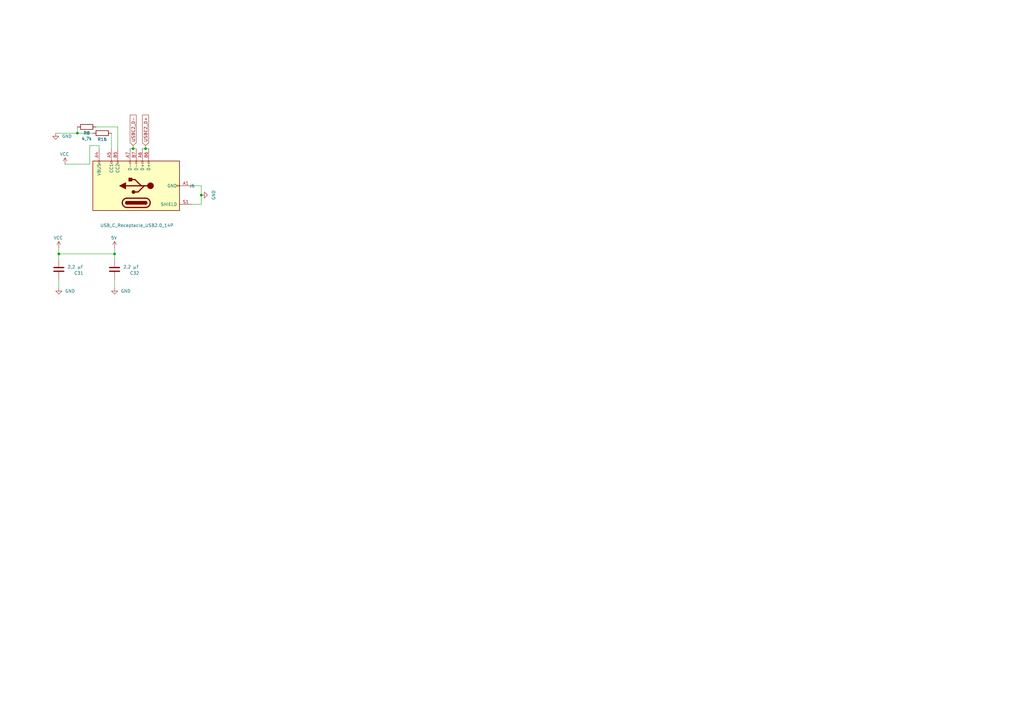
<source format=kicad_sch>
(kicad_sch
	(version 20250114)
	(generator "eeschema")
	(generator_version "9.0")
	(uuid "efe56f8d-b0ac-4acb-867a-59493319f876")
	(paper "A3")
	(lib_symbols
		(symbol "Connector:USB_C_Receptacle_USB2.0_14P"
			(pin_names
				(offset 1.016)
			)
			(exclude_from_sim no)
			(in_bom yes)
			(on_board yes)
			(property "Reference" "J"
				(at 0 22.225 0)
				(effects
					(font
						(size 1.27 1.27)
					)
				)
			)
			(property "Value" "USB_C_Receptacle_USB2.0_14P"
				(at 0 19.685 0)
				(effects
					(font
						(size 1.27 1.27)
					)
				)
			)
			(property "Footprint" ""
				(at 3.81 0 0)
				(effects
					(font
						(size 1.27 1.27)
					)
					(hide yes)
				)
			)
			(property "Datasheet" "https://www.usb.org/sites/default/files/documents/usb_type-c.zip"
				(at 3.81 0 0)
				(effects
					(font
						(size 1.27 1.27)
					)
					(hide yes)
				)
			)
			(property "Description" "USB 2.0-only 14P Type-C Receptacle connector"
				(at 0 0 0)
				(effects
					(font
						(size 1.27 1.27)
					)
					(hide yes)
				)
			)
			(property "ki_keywords" "usb universal serial bus type-C USB2.0"
				(at 0 0 0)
				(effects
					(font
						(size 1.27 1.27)
					)
					(hide yes)
				)
			)
			(property "ki_fp_filters" "USB*C*Receptacle*"
				(at 0 0 0)
				(effects
					(font
						(size 1.27 1.27)
					)
					(hide yes)
				)
			)
			(symbol "USB_C_Receptacle_USB2.0_14P_0_0"
				(rectangle
					(start -0.254 -17.78)
					(end 0.254 -16.764)
					(stroke
						(width 0)
						(type default)
					)
					(fill
						(type none)
					)
				)
				(rectangle
					(start 10.16 15.494)
					(end 9.144 14.986)
					(stroke
						(width 0)
						(type default)
					)
					(fill
						(type none)
					)
				)
				(rectangle
					(start 10.16 10.414)
					(end 9.144 9.906)
					(stroke
						(width 0)
						(type default)
					)
					(fill
						(type none)
					)
				)
				(rectangle
					(start 10.16 7.874)
					(end 9.144 7.366)
					(stroke
						(width 0)
						(type default)
					)
					(fill
						(type none)
					)
				)
				(rectangle
					(start 10.16 2.794)
					(end 9.144 2.286)
					(stroke
						(width 0)
						(type default)
					)
					(fill
						(type none)
					)
				)
				(rectangle
					(start 10.16 0.254)
					(end 9.144 -0.254)
					(stroke
						(width 0)
						(type default)
					)
					(fill
						(type none)
					)
				)
				(rectangle
					(start 10.16 -2.286)
					(end 9.144 -2.794)
					(stroke
						(width 0)
						(type default)
					)
					(fill
						(type none)
					)
				)
				(rectangle
					(start 10.16 -4.826)
					(end 9.144 -5.334)
					(stroke
						(width 0)
						(type default)
					)
					(fill
						(type none)
					)
				)
			)
			(symbol "USB_C_Receptacle_USB2.0_14P_0_1"
				(rectangle
					(start -10.16 17.78)
					(end 10.16 -17.78)
					(stroke
						(width 0.254)
						(type default)
					)
					(fill
						(type background)
					)
				)
				(polyline
					(pts
						(xy -8.89 -3.81) (xy -8.89 3.81)
					)
					(stroke
						(width 0.508)
						(type default)
					)
					(fill
						(type none)
					)
				)
				(rectangle
					(start -7.62 -3.81)
					(end -6.35 3.81)
					(stroke
						(width 0.254)
						(type default)
					)
					(fill
						(type outline)
					)
				)
				(arc
					(start -7.62 3.81)
					(mid -6.985 4.4423)
					(end -6.35 3.81)
					(stroke
						(width 0.254)
						(type default)
					)
					(fill
						(type none)
					)
				)
				(arc
					(start -7.62 3.81)
					(mid -6.985 4.4423)
					(end -6.35 3.81)
					(stroke
						(width 0.254)
						(type default)
					)
					(fill
						(type outline)
					)
				)
				(arc
					(start -8.89 3.81)
					(mid -6.985 5.7067)
					(end -5.08 3.81)
					(stroke
						(width 0.508)
						(type default)
					)
					(fill
						(type none)
					)
				)
				(arc
					(start -5.08 -3.81)
					(mid -6.985 -5.7067)
					(end -8.89 -3.81)
					(stroke
						(width 0.508)
						(type default)
					)
					(fill
						(type none)
					)
				)
				(arc
					(start -6.35 -3.81)
					(mid -6.985 -4.4423)
					(end -7.62 -3.81)
					(stroke
						(width 0.254)
						(type default)
					)
					(fill
						(type none)
					)
				)
				(arc
					(start -6.35 -3.81)
					(mid -6.985 -4.4423)
					(end -7.62 -3.81)
					(stroke
						(width 0.254)
						(type default)
					)
					(fill
						(type outline)
					)
				)
				(polyline
					(pts
						(xy -5.08 3.81) (xy -5.08 -3.81)
					)
					(stroke
						(width 0.508)
						(type default)
					)
					(fill
						(type none)
					)
				)
				(circle
					(center -2.54 1.143)
					(radius 0.635)
					(stroke
						(width 0.254)
						(type default)
					)
					(fill
						(type outline)
					)
				)
				(polyline
					(pts
						(xy -1.27 4.318) (xy 0 6.858) (xy 1.27 4.318) (xy -1.27 4.318)
					)
					(stroke
						(width 0.254)
						(type default)
					)
					(fill
						(type outline)
					)
				)
				(polyline
					(pts
						(xy 0 -2.032) (xy 2.54 0.508) (xy 2.54 1.778)
					)
					(stroke
						(width 0.508)
						(type default)
					)
					(fill
						(type none)
					)
				)
				(polyline
					(pts
						(xy 0 -3.302) (xy -2.54 -0.762) (xy -2.54 0.508)
					)
					(stroke
						(width 0.508)
						(type default)
					)
					(fill
						(type none)
					)
				)
				(polyline
					(pts
						(xy 0 -5.842) (xy 0 4.318)
					)
					(stroke
						(width 0.508)
						(type default)
					)
					(fill
						(type none)
					)
				)
				(circle
					(center 0 -5.842)
					(radius 1.27)
					(stroke
						(width 0)
						(type default)
					)
					(fill
						(type outline)
					)
				)
				(rectangle
					(start 1.905 1.778)
					(end 3.175 3.048)
					(stroke
						(width 0.254)
						(type default)
					)
					(fill
						(type outline)
					)
				)
			)
			(symbol "USB_C_Receptacle_USB2.0_14P_1_1"
				(pin passive line
					(at -7.62 -22.86 90)
					(length 5.08)
					(name "SHIELD"
						(effects
							(font
								(size 1.27 1.27)
							)
						)
					)
					(number "S1"
						(effects
							(font
								(size 1.27 1.27)
							)
						)
					)
				)
				(pin passive line
					(at 0 -22.86 90)
					(length 5.08)
					(name "GND"
						(effects
							(font
								(size 1.27 1.27)
							)
						)
					)
					(number "A1"
						(effects
							(font
								(size 1.27 1.27)
							)
						)
					)
				)
				(pin passive line
					(at 0 -22.86 90)
					(length 5.08)
					(hide yes)
					(name "GND"
						(effects
							(font
								(size 1.27 1.27)
							)
						)
					)
					(number "A12"
						(effects
							(font
								(size 1.27 1.27)
							)
						)
					)
				)
				(pin passive line
					(at 0 -22.86 90)
					(length 5.08)
					(hide yes)
					(name "GND"
						(effects
							(font
								(size 1.27 1.27)
							)
						)
					)
					(number "B1"
						(effects
							(font
								(size 1.27 1.27)
							)
						)
					)
				)
				(pin passive line
					(at 0 -22.86 90)
					(length 5.08)
					(hide yes)
					(name "GND"
						(effects
							(font
								(size 1.27 1.27)
							)
						)
					)
					(number "B12"
						(effects
							(font
								(size 1.27 1.27)
							)
						)
					)
				)
				(pin passive line
					(at 15.24 15.24 180)
					(length 5.08)
					(name "VBUS"
						(effects
							(font
								(size 1.27 1.27)
							)
						)
					)
					(number "A4"
						(effects
							(font
								(size 1.27 1.27)
							)
						)
					)
				)
				(pin passive line
					(at 15.24 15.24 180)
					(length 5.08)
					(hide yes)
					(name "VBUS"
						(effects
							(font
								(size 1.27 1.27)
							)
						)
					)
					(number "A9"
						(effects
							(font
								(size 1.27 1.27)
							)
						)
					)
				)
				(pin passive line
					(at 15.24 15.24 180)
					(length 5.08)
					(hide yes)
					(name "VBUS"
						(effects
							(font
								(size 1.27 1.27)
							)
						)
					)
					(number "B4"
						(effects
							(font
								(size 1.27 1.27)
							)
						)
					)
				)
				(pin passive line
					(at 15.24 15.24 180)
					(length 5.08)
					(hide yes)
					(name "VBUS"
						(effects
							(font
								(size 1.27 1.27)
							)
						)
					)
					(number "B9"
						(effects
							(font
								(size 1.27 1.27)
							)
						)
					)
				)
				(pin bidirectional line
					(at 15.24 10.16 180)
					(length 5.08)
					(name "CC1"
						(effects
							(font
								(size 1.27 1.27)
							)
						)
					)
					(number "A5"
						(effects
							(font
								(size 1.27 1.27)
							)
						)
					)
				)
				(pin bidirectional line
					(at 15.24 7.62 180)
					(length 5.08)
					(name "CC2"
						(effects
							(font
								(size 1.27 1.27)
							)
						)
					)
					(number "B5"
						(effects
							(font
								(size 1.27 1.27)
							)
						)
					)
				)
				(pin bidirectional line
					(at 15.24 2.54 180)
					(length 5.08)
					(name "D-"
						(effects
							(font
								(size 1.27 1.27)
							)
						)
					)
					(number "A7"
						(effects
							(font
								(size 1.27 1.27)
							)
						)
					)
				)
				(pin bidirectional line
					(at 15.24 0 180)
					(length 5.08)
					(name "D-"
						(effects
							(font
								(size 1.27 1.27)
							)
						)
					)
					(number "B7"
						(effects
							(font
								(size 1.27 1.27)
							)
						)
					)
				)
				(pin bidirectional line
					(at 15.24 -2.54 180)
					(length 5.08)
					(name "D+"
						(effects
							(font
								(size 1.27 1.27)
							)
						)
					)
					(number "A6"
						(effects
							(font
								(size 1.27 1.27)
							)
						)
					)
				)
				(pin bidirectional line
					(at 15.24 -5.08 180)
					(length 5.08)
					(name "D+"
						(effects
							(font
								(size 1.27 1.27)
							)
						)
					)
					(number "B6"
						(effects
							(font
								(size 1.27 1.27)
							)
						)
					)
				)
			)
			(embedded_fonts no)
		)
		(symbol "Device:C"
			(pin_numbers
				(hide yes)
			)
			(pin_names
				(offset 0.254)
			)
			(exclude_from_sim no)
			(in_bom yes)
			(on_board yes)
			(property "Reference" "C"
				(at 0.635 2.54 0)
				(effects
					(font
						(size 1.27 1.27)
					)
					(justify left)
				)
			)
			(property "Value" "C"
				(at 0.635 -2.54 0)
				(effects
					(font
						(size 1.27 1.27)
					)
					(justify left)
				)
			)
			(property "Footprint" ""
				(at 0.9652 -3.81 0)
				(effects
					(font
						(size 1.27 1.27)
					)
					(hide yes)
				)
			)
			(property "Datasheet" "~"
				(at 0 0 0)
				(effects
					(font
						(size 1.27 1.27)
					)
					(hide yes)
				)
			)
			(property "Description" "Unpolarized capacitor"
				(at 0 0 0)
				(effects
					(font
						(size 1.27 1.27)
					)
					(hide yes)
				)
			)
			(property "ki_keywords" "cap capacitor"
				(at 0 0 0)
				(effects
					(font
						(size 1.27 1.27)
					)
					(hide yes)
				)
			)
			(property "ki_fp_filters" "C_*"
				(at 0 0 0)
				(effects
					(font
						(size 1.27 1.27)
					)
					(hide yes)
				)
			)
			(symbol "C_0_1"
				(polyline
					(pts
						(xy -2.032 0.762) (xy 2.032 0.762)
					)
					(stroke
						(width 0.508)
						(type default)
					)
					(fill
						(type none)
					)
				)
				(polyline
					(pts
						(xy -2.032 -0.762) (xy 2.032 -0.762)
					)
					(stroke
						(width 0.508)
						(type default)
					)
					(fill
						(type none)
					)
				)
			)
			(symbol "C_1_1"
				(pin passive line
					(at 0 3.81 270)
					(length 2.794)
					(name "~"
						(effects
							(font
								(size 1.27 1.27)
							)
						)
					)
					(number "1"
						(effects
							(font
								(size 1.27 1.27)
							)
						)
					)
				)
				(pin passive line
					(at 0 -3.81 90)
					(length 2.794)
					(name "~"
						(effects
							(font
								(size 1.27 1.27)
							)
						)
					)
					(number "2"
						(effects
							(font
								(size 1.27 1.27)
							)
						)
					)
				)
			)
			(embedded_fonts no)
		)
		(symbol "Device:R"
			(pin_numbers
				(hide yes)
			)
			(pin_names
				(offset 0)
			)
			(exclude_from_sim no)
			(in_bom yes)
			(on_board yes)
			(property "Reference" "R"
				(at 2.032 0 90)
				(effects
					(font
						(size 1.27 1.27)
					)
				)
			)
			(property "Value" "R"
				(at 0 0 90)
				(effects
					(font
						(size 1.27 1.27)
					)
				)
			)
			(property "Footprint" ""
				(at -1.778 0 90)
				(effects
					(font
						(size 1.27 1.27)
					)
					(hide yes)
				)
			)
			(property "Datasheet" "~"
				(at 0 0 0)
				(effects
					(font
						(size 1.27 1.27)
					)
					(hide yes)
				)
			)
			(property "Description" "Resistor"
				(at 0 0 0)
				(effects
					(font
						(size 1.27 1.27)
					)
					(hide yes)
				)
			)
			(property "ki_keywords" "R res resistor"
				(at 0 0 0)
				(effects
					(font
						(size 1.27 1.27)
					)
					(hide yes)
				)
			)
			(property "ki_fp_filters" "R_*"
				(at 0 0 0)
				(effects
					(font
						(size 1.27 1.27)
					)
					(hide yes)
				)
			)
			(symbol "R_0_1"
				(rectangle
					(start -1.016 -2.54)
					(end 1.016 2.54)
					(stroke
						(width 0.254)
						(type default)
					)
					(fill
						(type none)
					)
				)
			)
			(symbol "R_1_1"
				(pin passive line
					(at 0 3.81 270)
					(length 1.27)
					(name "~"
						(effects
							(font
								(size 1.27 1.27)
							)
						)
					)
					(number "1"
						(effects
							(font
								(size 1.27 1.27)
							)
						)
					)
				)
				(pin passive line
					(at 0 -3.81 90)
					(length 1.27)
					(name "~"
						(effects
							(font
								(size 1.27 1.27)
							)
						)
					)
					(number "2"
						(effects
							(font
								(size 1.27 1.27)
							)
						)
					)
				)
			)
			(embedded_fonts no)
		)
		(symbol "power:+5V"
			(power)
			(pin_numbers
				(hide yes)
			)
			(pin_names
				(offset 0)
				(hide yes)
			)
			(exclude_from_sim no)
			(in_bom yes)
			(on_board yes)
			(property "Reference" "#PWR"
				(at 0 -3.81 0)
				(effects
					(font
						(size 1.27 1.27)
					)
					(hide yes)
				)
			)
			(property "Value" "+5V"
				(at 0 3.556 0)
				(effects
					(font
						(size 1.27 1.27)
					)
				)
			)
			(property "Footprint" ""
				(at 0 0 0)
				(effects
					(font
						(size 1.27 1.27)
					)
					(hide yes)
				)
			)
			(property "Datasheet" ""
				(at 0 0 0)
				(effects
					(font
						(size 1.27 1.27)
					)
					(hide yes)
				)
			)
			(property "Description" "Power symbol creates a global label with name \"+5V\""
				(at 0 0 0)
				(effects
					(font
						(size 1.27 1.27)
					)
					(hide yes)
				)
			)
			(property "ki_keywords" "global power"
				(at 0 0 0)
				(effects
					(font
						(size 1.27 1.27)
					)
					(hide yes)
				)
			)
			(symbol "+5V_0_1"
				(polyline
					(pts
						(xy -0.762 1.27) (xy 0 2.54)
					)
					(stroke
						(width 0)
						(type default)
					)
					(fill
						(type none)
					)
				)
				(polyline
					(pts
						(xy 0 2.54) (xy 0.762 1.27)
					)
					(stroke
						(width 0)
						(type default)
					)
					(fill
						(type none)
					)
				)
				(polyline
					(pts
						(xy 0 0) (xy 0 2.54)
					)
					(stroke
						(width 0)
						(type default)
					)
					(fill
						(type none)
					)
				)
			)
			(symbol "+5V_1_1"
				(pin power_in line
					(at 0 0 90)
					(length 0)
					(name "~"
						(effects
							(font
								(size 1.27 1.27)
							)
						)
					)
					(number "1"
						(effects
							(font
								(size 1.27 1.27)
							)
						)
					)
				)
			)
			(embedded_fonts no)
		)
		(symbol "power:GND"
			(power)
			(pin_numbers
				(hide yes)
			)
			(pin_names
				(offset 0)
				(hide yes)
			)
			(exclude_from_sim no)
			(in_bom yes)
			(on_board yes)
			(property "Reference" "#PWR"
				(at 0 -6.35 0)
				(effects
					(font
						(size 1.27 1.27)
					)
					(hide yes)
				)
			)
			(property "Value" "GND"
				(at 0 -3.81 0)
				(effects
					(font
						(size 1.27 1.27)
					)
				)
			)
			(property "Footprint" ""
				(at 0 0 0)
				(effects
					(font
						(size 1.27 1.27)
					)
					(hide yes)
				)
			)
			(property "Datasheet" ""
				(at 0 0 0)
				(effects
					(font
						(size 1.27 1.27)
					)
					(hide yes)
				)
			)
			(property "Description" "Power symbol creates a global label with name \"GND\" , ground"
				(at 0 0 0)
				(effects
					(font
						(size 1.27 1.27)
					)
					(hide yes)
				)
			)
			(property "ki_keywords" "global power"
				(at 0 0 0)
				(effects
					(font
						(size 1.27 1.27)
					)
					(hide yes)
				)
			)
			(symbol "GND_0_1"
				(polyline
					(pts
						(xy 0 0) (xy 0 -1.27) (xy 1.27 -1.27) (xy 0 -2.54) (xy -1.27 -1.27) (xy 0 -1.27)
					)
					(stroke
						(width 0)
						(type default)
					)
					(fill
						(type none)
					)
				)
			)
			(symbol "GND_1_1"
				(pin power_in line
					(at 0 0 270)
					(length 0)
					(name "~"
						(effects
							(font
								(size 1.27 1.27)
							)
						)
					)
					(number "1"
						(effects
							(font
								(size 1.27 1.27)
							)
						)
					)
				)
			)
			(embedded_fonts no)
		)
	)
	(junction
		(at 59.69 60.96)
		(diameter 0)
		(color 0 0 0 0)
		(uuid "0d54b4e9-91ef-4368-8f36-4f2707c0abe1")
	)
	(junction
		(at 46.99 104.14)
		(diameter 0)
		(color 0 0 0 0)
		(uuid "64051acd-df1a-4903-b46e-de9b9b1b5343")
	)
	(junction
		(at 31.75 54.61)
		(diameter 0)
		(color 0 0 0 0)
		(uuid "aed055ea-bbaa-4bc9-80c0-a46ecc19aafd")
	)
	(junction
		(at 82.55 80.01)
		(diameter 0)
		(color 0 0 0 0)
		(uuid "dfc7e426-d9f3-4a48-9479-93e2249ab645")
	)
	(junction
		(at 54.61 60.96)
		(diameter 0)
		(color 0 0 0 0)
		(uuid "e0381b4c-f6e5-41c9-b1c9-8f5a40dbc7fe")
	)
	(junction
		(at 24.13 104.14)
		(diameter 0)
		(color 0 0 0 0)
		(uuid "eb3579ed-830b-4988-9858-ea4fe05bb9af")
	)
	(wire
		(pts
			(xy 82.55 80.01) (xy 82.55 76.2)
		)
		(stroke
			(width 0)
			(type default)
		)
		(uuid "0489809c-b84b-40f0-b440-0271f81080d8")
	)
	(wire
		(pts
			(xy 78.74 83.82) (xy 82.55 83.82)
		)
		(stroke
			(width 0)
			(type default)
		)
		(uuid "05b7ce24-884f-496a-9cbc-966b877ac842")
	)
	(wire
		(pts
			(xy 36.83 67.31) (xy 26.67 67.31)
		)
		(stroke
			(width 0)
			(type default)
		)
		(uuid "076441d9-c315-40b5-987e-922e2513b3b9")
	)
	(wire
		(pts
			(xy 40.64 59.69) (xy 40.64 60.96)
		)
		(stroke
			(width 0)
			(type default)
		)
		(uuid "1d96a860-f499-4738-bd65-d6ee0b77c7df")
	)
	(wire
		(pts
			(xy 59.69 59.69) (xy 59.69 60.96)
		)
		(stroke
			(width 0)
			(type default)
		)
		(uuid "2fff0f6d-2c69-4846-9506-7f34e3a6dcea")
	)
	(wire
		(pts
			(xy 46.99 114.3) (xy 46.99 118.11)
		)
		(stroke
			(width 0)
			(type default)
		)
		(uuid "40c177c8-abee-47bd-beee-a2b2ffc7b2e4")
	)
	(wire
		(pts
			(xy 45.72 54.61) (xy 45.72 60.96)
		)
		(stroke
			(width 0)
			(type default)
		)
		(uuid "475e85e8-a864-4d9b-b48f-c2e3eee455fb")
	)
	(wire
		(pts
			(xy 39.37 52.07) (xy 48.26 52.07)
		)
		(stroke
			(width 0)
			(type default)
		)
		(uuid "5b072ef1-968b-4d26-afbf-0bffe5b46a0f")
	)
	(wire
		(pts
			(xy 53.34 60.96) (xy 54.61 60.96)
		)
		(stroke
			(width 0)
			(type default)
		)
		(uuid "6c3d25a0-a111-4494-b080-7b7af7b313a9")
	)
	(wire
		(pts
			(xy 31.75 54.61) (xy 22.86 54.61)
		)
		(stroke
			(width 0)
			(type default)
		)
		(uuid "6ccc537c-55fa-401a-8b0a-2d58b34531bd")
	)
	(wire
		(pts
			(xy 82.55 83.82) (xy 82.55 80.01)
		)
		(stroke
			(width 0)
			(type default)
		)
		(uuid "6e2fb32e-ab80-42f1-9fce-a70d14ef9b76")
	)
	(wire
		(pts
			(xy 24.13 114.3) (xy 24.13 118.11)
		)
		(stroke
			(width 0)
			(type default)
		)
		(uuid "76c9a219-44ec-49c3-9702-18b55549b442")
	)
	(wire
		(pts
			(xy 46.99 101.6) (xy 46.99 104.14)
		)
		(stroke
			(width 0)
			(type default)
		)
		(uuid "79a216d9-a631-49e1-8ac3-404e05337cb5")
	)
	(wire
		(pts
			(xy 78.74 76.2) (xy 82.55 76.2)
		)
		(stroke
			(width 0)
			(type default)
		)
		(uuid "7c3dbc49-34e8-4168-b858-ae7f5c170d54")
	)
	(wire
		(pts
			(xy 36.83 59.69) (xy 36.83 67.31)
		)
		(stroke
			(width 0)
			(type default)
		)
		(uuid "7faa616f-36ce-4089-ad3b-6d4f19194107")
	)
	(wire
		(pts
			(xy 54.61 59.69) (xy 54.61 60.96)
		)
		(stroke
			(width 0)
			(type default)
		)
		(uuid "8f7be40c-de41-4f18-ad1a-2b59a25ce794")
	)
	(wire
		(pts
			(xy 59.69 60.96) (xy 60.96 60.96)
		)
		(stroke
			(width 0)
			(type default)
		)
		(uuid "90922aa5-fe14-413e-98a4-1641819621d1")
	)
	(wire
		(pts
			(xy 24.13 101.6) (xy 24.13 104.14)
		)
		(stroke
			(width 0)
			(type default)
		)
		(uuid "ac111f15-33f6-4183-8b38-e55be8ce22da")
	)
	(wire
		(pts
			(xy 58.42 60.96) (xy 59.69 60.96)
		)
		(stroke
			(width 0)
			(type default)
		)
		(uuid "afb858dd-6136-4854-8156-cd15453515f9")
	)
	(wire
		(pts
			(xy 31.75 52.07) (xy 31.75 54.61)
		)
		(stroke
			(width 0)
			(type default)
		)
		(uuid "b6e10816-58f6-4a2a-9c57-ec53835f9cff")
	)
	(wire
		(pts
			(xy 46.99 104.14) (xy 46.99 106.68)
		)
		(stroke
			(width 0)
			(type default)
		)
		(uuid "ba351ce2-7664-4d1a-8319-e411325b9db7")
	)
	(wire
		(pts
			(xy 54.61 60.96) (xy 55.88 60.96)
		)
		(stroke
			(width 0)
			(type default)
		)
		(uuid "be46f088-8460-4583-96e5-2b4743498ffc")
	)
	(wire
		(pts
			(xy 40.64 59.69) (xy 36.83 59.69)
		)
		(stroke
			(width 0)
			(type default)
		)
		(uuid "bea0c48a-32f8-4176-8fd6-13c361bd133c")
	)
	(wire
		(pts
			(xy 48.26 60.96) (xy 48.26 52.07)
		)
		(stroke
			(width 0)
			(type default)
		)
		(uuid "c316fc32-07fb-494f-a00a-36d89fe46b60")
	)
	(wire
		(pts
			(xy 38.1 54.61) (xy 31.75 54.61)
		)
		(stroke
			(width 0)
			(type default)
		)
		(uuid "d00431a5-6bac-46e8-b3d2-d26d7e0267f6")
	)
	(wire
		(pts
			(xy 24.13 104.14) (xy 24.13 106.68)
		)
		(stroke
			(width 0)
			(type default)
		)
		(uuid "e468105c-1d0e-4256-9d53-53358381bb51")
	)
	(wire
		(pts
			(xy 24.13 104.14) (xy 46.99 104.14)
		)
		(stroke
			(width 0)
			(type default)
		)
		(uuid "f08a9aa9-d98d-440a-8b77-432fd98e0276")
	)
	(global_label "USBC2_D-"
		(shape input)
		(at 54.61 59.69 90)
		(fields_autoplaced yes)
		(effects
			(font
				(size 1.27 1.27)
			)
			(justify left)
		)
		(uuid "12e77870-e8aa-487a-be5f-1bb2fe54d81f")
		(property "Intersheetrefs" "${INTERSHEET_REFS}"
			(at 54.61 46.6053 90)
			(effects
				(font
					(size 1.27 1.27)
				)
				(justify left)
				(hide yes)
			)
		)
	)
	(global_label "USBC2_D+"
		(shape input)
		(at 59.69 59.69 90)
		(fields_autoplaced yes)
		(effects
			(font
				(size 1.27 1.27)
			)
			(justify left)
		)
		(uuid "b2055b9e-f262-4cd6-aee7-e13e319b3e8c")
		(property "Intersheetrefs" "${INTERSHEET_REFS}"
			(at 59.69 46.6053 90)
			(effects
				(font
					(size 1.27 1.27)
				)
				(justify left)
				(hide yes)
			)
		)
	)
	(symbol
		(lib_id "power:+5V")
		(at 26.67 67.31 0)
		(unit 1)
		(exclude_from_sim no)
		(in_bom yes)
		(on_board yes)
		(dnp no)
		(uuid "01e9488d-a3fa-4035-a3c9-ef9aa4391048")
		(property "Reference" "#PWR036"
			(at 26.67 71.12 0)
			(effects
				(font
					(size 1.27 1.27)
				)
				(hide yes)
			)
		)
		(property "Value" "VCC"
			(at 26.416 63.246 0)
			(effects
				(font
					(size 1.27 1.27)
				)
			)
		)
		(property "Footprint" ""
			(at 26.67 67.31 0)
			(effects
				(font
					(size 1.27 1.27)
				)
				(hide yes)
			)
		)
		(property "Datasheet" ""
			(at 26.67 67.31 0)
			(effects
				(font
					(size 1.27 1.27)
				)
				(hide yes)
			)
		)
		(property "Description" "Power symbol creates a global label with name \"+5V\""
			(at 26.67 67.31 0)
			(effects
				(font
					(size 1.27 1.27)
				)
				(hide yes)
			)
		)
		(pin "1"
			(uuid "2174b236-5c72-47b7-bc91-1b0fa74f2d43")
		)
		(instances
			(project "FPGA Board"
				(path "/80454441-ef7c-4170-af59-dfc89d726f5f/068a5856-747e-4c7f-8fb5-09317e4f7108"
					(reference "#PWR036")
					(unit 1)
				)
			)
		)
	)
	(symbol
		(lib_id "Device:C")
		(at 24.13 110.49 180)
		(unit 1)
		(exclude_from_sim no)
		(in_bom yes)
		(on_board yes)
		(dnp no)
		(uuid "1d831188-a7a1-4610-9ba5-3519d9dd6795")
		(property "Reference" "C31"
			(at 34.29 112.014 0)
			(effects
				(font
					(size 1.27 1.27)
				)
				(justify left)
			)
		)
		(property "Value" "2.2 µF"
			(at 34.29 109.474 0)
			(effects
				(font
					(size 1.27 1.27)
				)
				(justify left)
			)
		)
		(property "Footprint" ""
			(at 23.1648 106.68 0)
			(effects
				(font
					(size 1.27 1.27)
				)
				(hide yes)
			)
		)
		(property "Datasheet" "muRata GJM0335C1HR50BB01D C237423"
			(at 24.13 110.49 0)
			(effects
				(font
					(size 1.27 1.27)
				)
				(hide yes)
			)
		)
		(property "Description" "Unpolarized capacitor"
			(at 24.13 110.49 0)
			(effects
				(font
					(size 1.27 1.27)
				)
				(hide yes)
			)
		)
		(pin "2"
			(uuid "43339d37-6f9c-4611-a572-22b96fadbfeb")
		)
		(pin "1"
			(uuid "e9b31539-3ae3-4f6d-9b6f-74c2391faf2e")
		)
		(instances
			(project "FPGA Board"
				(path "/80454441-ef7c-4170-af59-dfc89d726f5f/068a5856-747e-4c7f-8fb5-09317e4f7108"
					(reference "C31")
					(unit 1)
				)
			)
		)
	)
	(symbol
		(lib_id "power:GND")
		(at 82.55 80.01 90)
		(unit 1)
		(exclude_from_sim no)
		(in_bom yes)
		(on_board yes)
		(dnp no)
		(fields_autoplaced yes)
		(uuid "273e2d20-f79f-4b7e-b17e-747a0e3f258a")
		(property "Reference" "#PWR044"
			(at 88.9 80.01 0)
			(effects
				(font
					(size 1.27 1.27)
				)
				(hide yes)
			)
		)
		(property "Value" "GND"
			(at 87.63 80.01 0)
			(effects
				(font
					(size 1.27 1.27)
				)
			)
		)
		(property "Footprint" ""
			(at 82.55 80.01 0)
			(effects
				(font
					(size 1.27 1.27)
				)
				(hide yes)
			)
		)
		(property "Datasheet" ""
			(at 82.55 80.01 0)
			(effects
				(font
					(size 1.27 1.27)
				)
				(hide yes)
			)
		)
		(property "Description" "Power symbol creates a global label with name \"GND\" , ground"
			(at 82.55 80.01 0)
			(effects
				(font
					(size 1.27 1.27)
				)
				(hide yes)
			)
		)
		(pin "1"
			(uuid "6897fd8d-8530-4ff3-896f-6f5898a1e14d")
		)
		(instances
			(project "FPGA Board"
				(path "/80454441-ef7c-4170-af59-dfc89d726f5f/068a5856-747e-4c7f-8fb5-09317e4f7108"
					(reference "#PWR044")
					(unit 1)
				)
			)
		)
	)
	(symbol
		(lib_id "power:GND")
		(at 46.99 118.11 0)
		(unit 1)
		(exclude_from_sim no)
		(in_bom yes)
		(on_board yes)
		(dnp no)
		(uuid "27c5ed5b-d37d-41e8-8e80-f762138318a4")
		(property "Reference" "#PWR058"
			(at 46.99 124.46 0)
			(effects
				(font
					(size 1.27 1.27)
				)
				(hide yes)
			)
		)
		(property "Value" "GND"
			(at 49.53 119.3799 0)
			(effects
				(font
					(size 1.27 1.27)
				)
				(justify left)
			)
		)
		(property "Footprint" ""
			(at 46.99 118.11 0)
			(effects
				(font
					(size 1.27 1.27)
				)
				(hide yes)
			)
		)
		(property "Datasheet" ""
			(at 46.99 118.11 0)
			(effects
				(font
					(size 1.27 1.27)
				)
				(hide yes)
			)
		)
		(property "Description" "Power symbol creates a global label with name \"GND\" , ground"
			(at 46.99 118.11 0)
			(effects
				(font
					(size 1.27 1.27)
				)
				(hide yes)
			)
		)
		(pin "1"
			(uuid "77569214-f6f0-4c0d-9bdd-5a2289d74c23")
		)
		(instances
			(project "FPGA Board"
				(path "/80454441-ef7c-4170-af59-dfc89d726f5f/068a5856-747e-4c7f-8fb5-09317e4f7108"
					(reference "#PWR058")
					(unit 1)
				)
			)
		)
	)
	(symbol
		(lib_id "Device:R")
		(at 35.56 52.07 270)
		(unit 1)
		(exclude_from_sim no)
		(in_bom yes)
		(on_board yes)
		(dnp no)
		(uuid "2f3a8300-7403-447c-a05b-b985cd2148b1")
		(property "Reference" "R8"
			(at 35.56 54.61 90)
			(effects
				(font
					(size 1.27 1.27)
				)
			)
		)
		(property "Value" "4,7k"
			(at 35.56 56.896 90)
			(effects
				(font
					(size 1.27 1.27)
				)
			)
		)
		(property "Footprint" ""
			(at 35.56 50.292 90)
			(effects
				(font
					(size 1.27 1.27)
				)
				(hide yes)
			)
		)
		(property "Datasheet" "~"
			(at 35.56 52.07 0)
			(effects
				(font
					(size 1.27 1.27)
				)
				(hide yes)
			)
		)
		(property "Description" "Resistor"
			(at 35.56 52.07 0)
			(effects
				(font
					(size 1.27 1.27)
				)
				(hide yes)
			)
		)
		(pin "1"
			(uuid "869f4851-a647-4285-8030-d022e2c8583e")
		)
		(pin "2"
			(uuid "c6ca8fe4-499b-4ae3-ae50-816dc16ddc38")
		)
		(instances
			(project "FPGA Board"
				(path "/80454441-ef7c-4170-af59-dfc89d726f5f/068a5856-747e-4c7f-8fb5-09317e4f7108"
					(reference "R8")
					(unit 1)
				)
			)
		)
	)
	(symbol
		(lib_id "power:GND")
		(at 24.13 118.11 0)
		(unit 1)
		(exclude_from_sim no)
		(in_bom yes)
		(on_board yes)
		(dnp no)
		(uuid "3920c768-d77d-4d60-86c6-65db8fab0efa")
		(property "Reference" "#PWR055"
			(at 24.13 124.46 0)
			(effects
				(font
					(size 1.27 1.27)
				)
				(hide yes)
			)
		)
		(property "Value" "GND"
			(at 26.67 119.3799 0)
			(effects
				(font
					(size 1.27 1.27)
				)
				(justify left)
			)
		)
		(property "Footprint" ""
			(at 24.13 118.11 0)
			(effects
				(font
					(size 1.27 1.27)
				)
				(hide yes)
			)
		)
		(property "Datasheet" ""
			(at 24.13 118.11 0)
			(effects
				(font
					(size 1.27 1.27)
				)
				(hide yes)
			)
		)
		(property "Description" "Power symbol creates a global label with name \"GND\" , ground"
			(at 24.13 118.11 0)
			(effects
				(font
					(size 1.27 1.27)
				)
				(hide yes)
			)
		)
		(pin "1"
			(uuid "790067bc-2a16-44e5-9dbf-5bc99e923c73")
		)
		(instances
			(project "FPGA Board"
				(path "/80454441-ef7c-4170-af59-dfc89d726f5f/068a5856-747e-4c7f-8fb5-09317e4f7108"
					(reference "#PWR055")
					(unit 1)
				)
			)
		)
	)
	(symbol
		(lib_id "power:+5V")
		(at 24.13 101.6 0)
		(unit 1)
		(exclude_from_sim no)
		(in_bom yes)
		(on_board yes)
		(dnp no)
		(uuid "393dd47f-b845-460f-a8f4-8c83e0c2bbbf")
		(property "Reference" "#PWR045"
			(at 24.13 105.41 0)
			(effects
				(font
					(size 1.27 1.27)
				)
				(hide yes)
			)
		)
		(property "Value" "VCC"
			(at 23.876 97.536 0)
			(effects
				(font
					(size 1.27 1.27)
				)
			)
		)
		(property "Footprint" ""
			(at 24.13 101.6 0)
			(effects
				(font
					(size 1.27 1.27)
				)
				(hide yes)
			)
		)
		(property "Datasheet" ""
			(at 24.13 101.6 0)
			(effects
				(font
					(size 1.27 1.27)
				)
				(hide yes)
			)
		)
		(property "Description" "Power symbol creates a global label with name \"+5V\""
			(at 24.13 101.6 0)
			(effects
				(font
					(size 1.27 1.27)
				)
				(hide yes)
			)
		)
		(pin "1"
			(uuid "b52daefb-4ff0-43b7-82f8-683595374a7d")
		)
		(instances
			(project "FPGA Board"
				(path "/80454441-ef7c-4170-af59-dfc89d726f5f/068a5856-747e-4c7f-8fb5-09317e4f7108"
					(reference "#PWR045")
					(unit 1)
				)
			)
		)
	)
	(symbol
		(lib_id "Connector:USB_C_Receptacle_USB2.0_14P")
		(at 55.88 76.2 90)
		(unit 1)
		(exclude_from_sim no)
		(in_bom yes)
		(on_board yes)
		(dnp no)
		(uuid "66e9385e-da09-4402-a1f0-9e4b7ceb8aeb")
		(property "Reference" "J6"
			(at 78.74 76.2 90)
			(effects
				(font
					(size 1.27 1.27)
				)
			)
		)
		(property "Value" "USB_C_Receptacle_USB2.0_14P"
			(at 56.134 92.456 90)
			(effects
				(font
					(size 1.27 1.27)
				)
			)
		)
		(property "Footprint" ""
			(at 55.88 72.39 0)
			(effects
				(font
					(size 1.27 1.27)
				)
				(hide yes)
			)
		)
		(property "Datasheet" "https://www.usb.org/sites/default/files/documents/usb_type-c.zip"
			(at 55.88 72.39 0)
			(effects
				(font
					(size 1.27 1.27)
				)
				(hide yes)
			)
		)
		(property "Description" "USB 2.0-only 14P Type-C Receptacle connector"
			(at 55.88 76.2 0)
			(effects
				(font
					(size 1.27 1.27)
				)
				(hide yes)
			)
		)
		(pin "B12"
			(uuid "cadf2507-fc45-44aa-b352-f1b524536130")
		)
		(pin "A1"
			(uuid "a662232e-890f-4edb-93bf-80aa5f4e9e71")
		)
		(pin "A12"
			(uuid "b8c19ee2-a78d-447d-a115-8f1672c26550")
		)
		(pin "A9"
			(uuid "d2caab60-7f9b-4203-9730-40a87224ce4b")
		)
		(pin "B5"
			(uuid "db96d8c0-7e8f-4dd6-8885-cbafa9f52fe9")
		)
		(pin "S1"
			(uuid "2ce4d9ab-4066-4f65-8296-ccc8dab78a29")
		)
		(pin "A4"
			(uuid "dcee1e98-a467-4fd1-8a7a-a077a1197dab")
		)
		(pin "B4"
			(uuid "7e25e857-fd5f-4898-af83-a10bf0e98315")
		)
		(pin "B9"
			(uuid "f04881ac-bd96-4fc8-96bb-82f010b9ae8f")
		)
		(pin "B7"
			(uuid "1c87cb2a-3c5e-46f4-9d2c-e51abac9e239")
		)
		(pin "B6"
			(uuid "60a0659c-f23b-4e87-82dc-d3b5642f6ed9")
		)
		(pin "A7"
			(uuid "98535964-82bf-4c41-a448-78ae245e1b28")
		)
		(pin "B1"
			(uuid "fcec68f4-4398-45e2-af73-28aba145dfa7")
		)
		(pin "A5"
			(uuid "df510eb3-838c-40a6-83ac-ad2993bb6364")
		)
		(pin "A6"
			(uuid "5fbba06f-6c7b-46a5-9aaa-3e35bc42bb6a")
		)
		(instances
			(project "FPGA Board"
				(path "/80454441-ef7c-4170-af59-dfc89d726f5f/068a5856-747e-4c7f-8fb5-09317e4f7108"
					(reference "J6")
					(unit 1)
				)
			)
		)
	)
	(symbol
		(lib_id "power:GND")
		(at 22.86 54.61 0)
		(unit 1)
		(exclude_from_sim no)
		(in_bom yes)
		(on_board yes)
		(dnp no)
		(uuid "b30c9514-6f20-48e4-8902-ca73d09151f9")
		(property "Reference" "#PWR035"
			(at 22.86 60.96 0)
			(effects
				(font
					(size 1.27 1.27)
				)
				(hide yes)
			)
		)
		(property "Value" "GND"
			(at 25.4 55.8799 0)
			(effects
				(font
					(size 1.27 1.27)
				)
				(justify left)
			)
		)
		(property "Footprint" ""
			(at 22.86 54.61 0)
			(effects
				(font
					(size 1.27 1.27)
				)
				(hide yes)
			)
		)
		(property "Datasheet" ""
			(at 22.86 54.61 0)
			(effects
				(font
					(size 1.27 1.27)
				)
				(hide yes)
			)
		)
		(property "Description" "Power symbol creates a global label with name \"GND\" , ground"
			(at 22.86 54.61 0)
			(effects
				(font
					(size 1.27 1.27)
				)
				(hide yes)
			)
		)
		(pin "1"
			(uuid "4c819006-09c6-4dbc-b359-63cdcc3ec793")
		)
		(instances
			(project "FPGA Board"
				(path "/80454441-ef7c-4170-af59-dfc89d726f5f/068a5856-747e-4c7f-8fb5-09317e4f7108"
					(reference "#PWR035")
					(unit 1)
				)
			)
		)
	)
	(symbol
		(lib_id "Device:R")
		(at 41.91 54.61 270)
		(unit 1)
		(exclude_from_sim no)
		(in_bom yes)
		(on_board yes)
		(dnp no)
		(uuid "be9d2c00-2977-4b05-9b07-847fe679009d")
		(property "Reference" "R16"
			(at 41.91 57.15 90)
			(effects
				(font
					(size 1.27 1.27)
				)
			)
		)
		(property "Value" "4,7k"
			(at 41.91 59.436 90)
			(effects
				(font
					(size 1.27 1.27)
				)
				(hide yes)
			)
		)
		(property "Footprint" ""
			(at 41.91 52.832 90)
			(effects
				(font
					(size 1.27 1.27)
				)
				(hide yes)
			)
		)
		(property "Datasheet" "~"
			(at 41.91 54.61 0)
			(effects
				(font
					(size 1.27 1.27)
				)
				(hide yes)
			)
		)
		(property "Description" "Resistor"
			(at 41.91 54.61 0)
			(effects
				(font
					(size 1.27 1.27)
				)
				(hide yes)
			)
		)
		(pin "1"
			(uuid "87ee059e-afc1-4659-8e36-3e8414a9fed0")
		)
		(pin "2"
			(uuid "72a15a70-f303-48e1-a213-d898865566d2")
		)
		(instances
			(project "FPGA Board"
				(path "/80454441-ef7c-4170-af59-dfc89d726f5f/068a5856-747e-4c7f-8fb5-09317e4f7108"
					(reference "R16")
					(unit 1)
				)
			)
		)
	)
	(symbol
		(lib_id "power:+5V")
		(at 46.99 101.6 0)
		(unit 1)
		(exclude_from_sim no)
		(in_bom yes)
		(on_board yes)
		(dnp no)
		(uuid "cebf7b99-8324-40d9-a797-5c6b6734fd49")
		(property "Reference" "#PWR046"
			(at 46.99 105.41 0)
			(effects
				(font
					(size 1.27 1.27)
				)
				(hide yes)
			)
		)
		(property "Value" "5V"
			(at 46.736 97.536 0)
			(effects
				(font
					(size 1.27 1.27)
				)
			)
		)
		(property "Footprint" ""
			(at 46.99 101.6 0)
			(effects
				(font
					(size 1.27 1.27)
				)
				(hide yes)
			)
		)
		(property "Datasheet" ""
			(at 46.99 101.6 0)
			(effects
				(font
					(size 1.27 1.27)
				)
				(hide yes)
			)
		)
		(property "Description" "Power symbol creates a global label with name \"+5V\""
			(at 46.99 101.6 0)
			(effects
				(font
					(size 1.27 1.27)
				)
				(hide yes)
			)
		)
		(pin "1"
			(uuid "b3b160ca-a6d0-4b08-9a8f-13a5b437ab6e")
		)
		(instances
			(project "FPGA Board"
				(path "/80454441-ef7c-4170-af59-dfc89d726f5f/068a5856-747e-4c7f-8fb5-09317e4f7108"
					(reference "#PWR046")
					(unit 1)
				)
			)
		)
	)
	(symbol
		(lib_id "Device:C")
		(at 46.99 110.49 180)
		(unit 1)
		(exclude_from_sim no)
		(in_bom yes)
		(on_board yes)
		(dnp no)
		(uuid "dc055469-4ada-4a69-99d2-6e31910a6b1d")
		(property "Reference" "C32"
			(at 57.15 112.014 0)
			(effects
				(font
					(size 1.27 1.27)
				)
				(justify left)
			)
		)
		(property "Value" "2.2 µF"
			(at 57.15 109.474 0)
			(effects
				(font
					(size 1.27 1.27)
				)
				(justify left)
			)
		)
		(property "Footprint" ""
			(at 46.0248 106.68 0)
			(effects
				(font
					(size 1.27 1.27)
				)
				(hide yes)
			)
		)
		(property "Datasheet" "muRata GJM0335C1HR50BB01D C237423"
			(at 46.99 110.49 0)
			(effects
				(font
					(size 1.27 1.27)
				)
				(hide yes)
			)
		)
		(property "Description" "Unpolarized capacitor"
			(at 46.99 110.49 0)
			(effects
				(font
					(size 1.27 1.27)
				)
				(hide yes)
			)
		)
		(pin "2"
			(uuid "b907c836-c4dd-426a-b611-c0d123dd63bb")
		)
		(pin "1"
			(uuid "9d82f9e4-acbb-4b1c-a84f-13220f331e9d")
		)
		(instances
			(project "FPGA Board"
				(path "/80454441-ef7c-4170-af59-dfc89d726f5f/068a5856-747e-4c7f-8fb5-09317e4f7108"
					(reference "C32")
					(unit 1)
				)
			)
		)
	)
)

</source>
